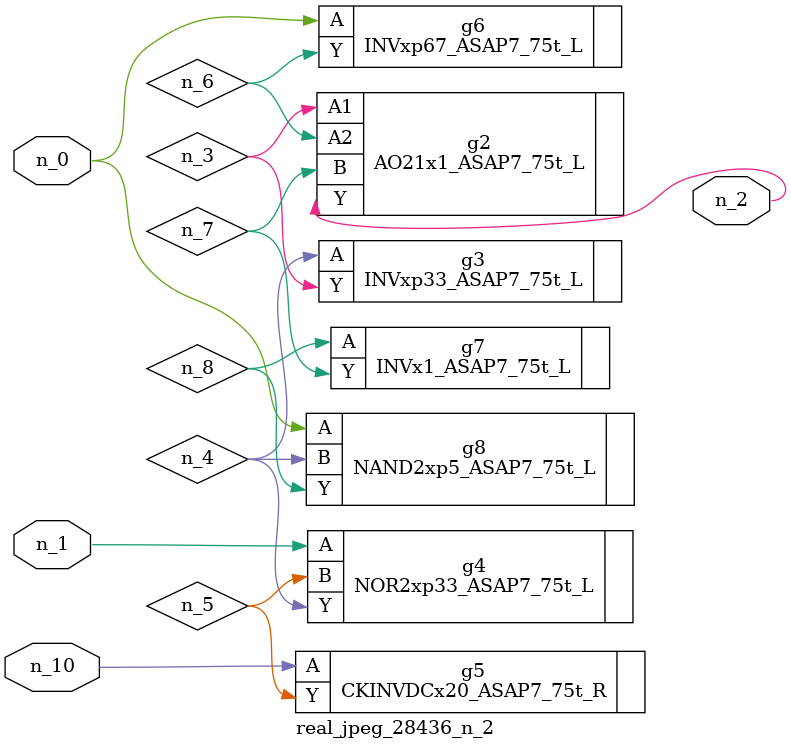
<source format=v>
module real_jpeg_28436_n_2 (n_1, n_10, n_0, n_2);

input n_1;
input n_10;
input n_0;

output n_2;

wire n_5;
wire n_4;
wire n_8;
wire n_6;
wire n_7;
wire n_3;

INVxp67_ASAP7_75t_L g6 ( 
.A(n_0),
.Y(n_6)
);

NAND2xp5_ASAP7_75t_L g8 ( 
.A(n_0),
.B(n_4),
.Y(n_8)
);

NOR2xp33_ASAP7_75t_L g4 ( 
.A(n_1),
.B(n_5),
.Y(n_4)
);

AO21x1_ASAP7_75t_L g2 ( 
.A1(n_3),
.A2(n_6),
.B(n_7),
.Y(n_2)
);

INVxp33_ASAP7_75t_L g3 ( 
.A(n_4),
.Y(n_3)
);

INVx1_ASAP7_75t_L g7 ( 
.A(n_8),
.Y(n_7)
);

CKINVDCx20_ASAP7_75t_R g5 ( 
.A(n_10),
.Y(n_5)
);


endmodule
</source>
